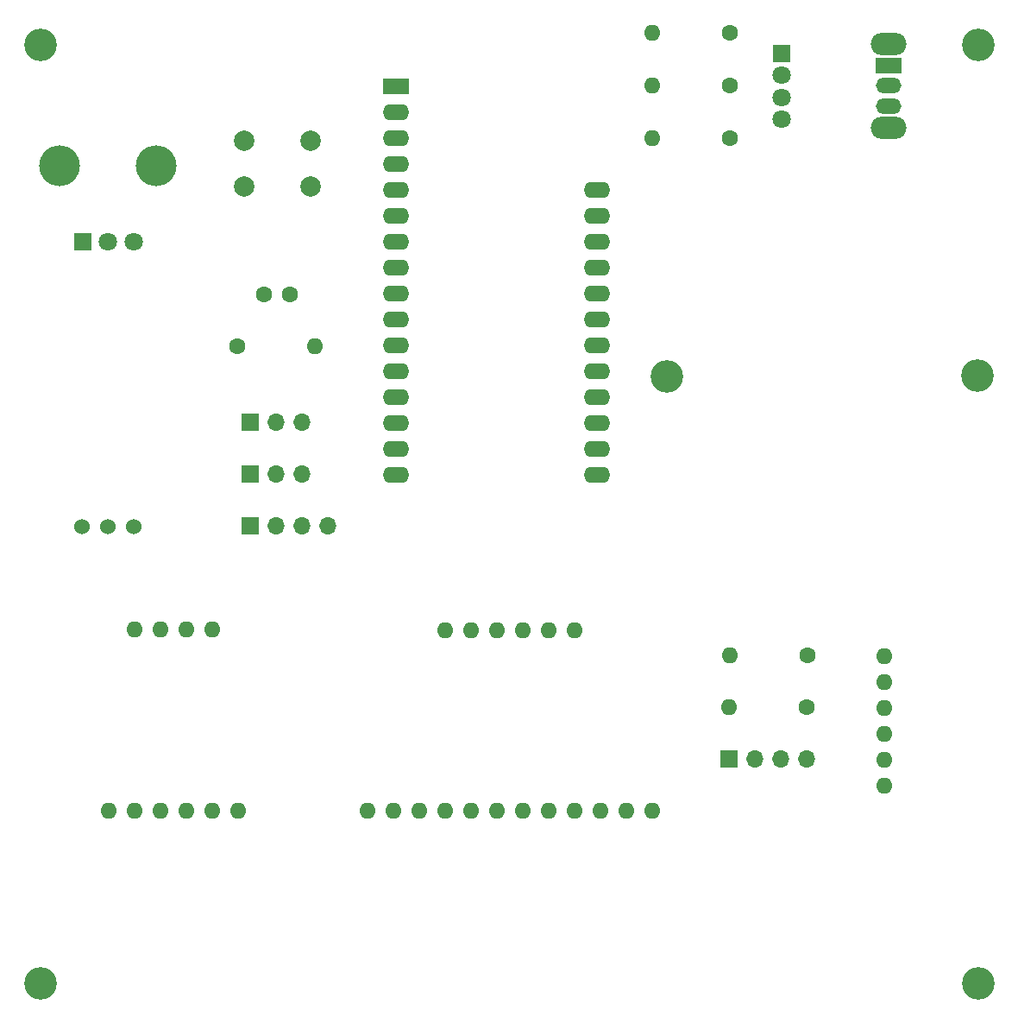
<source format=gbs>
G04 #@! TF.GenerationSoftware,KiCad,Pcbnew,8.0.8*
G04 #@! TF.CreationDate,2025-02-12T12:00:37+01:00*
G04 #@! TF.ProjectId,tesi,74657369-2e6b-4696-9361-645f70636258,rev?*
G04 #@! TF.SameCoordinates,Original*
G04 #@! TF.FileFunction,Soldermask,Bot*
G04 #@! TF.FilePolarity,Negative*
%FSLAX46Y46*%
G04 Gerber Fmt 4.6, Leading zero omitted, Abs format (unit mm)*
G04 Created by KiCad (PCBNEW 8.0.8) date 2025-02-12 12:00:37*
%MOMM*%
%LPD*%
G01*
G04 APERTURE LIST*
G04 Aperture macros list*
%AMRoundRect*
0 Rectangle with rounded corners*
0 $1 Rounding radius*
0 $2 $3 $4 $5 $6 $7 $8 $9 X,Y pos of 4 corners*
0 Add a 4 corners polygon primitive as box body*
4,1,4,$2,$3,$4,$5,$6,$7,$8,$9,$2,$3,0*
0 Add four circle primitives for the rounded corners*
1,1,$1+$1,$2,$3*
1,1,$1+$1,$4,$5*
1,1,$1+$1,$6,$7*
1,1,$1+$1,$8,$9*
0 Add four rect primitives between the rounded corners*
20,1,$1+$1,$2,$3,$4,$5,0*
20,1,$1+$1,$4,$5,$6,$7,0*
20,1,$1+$1,$6,$7,$8,$9,0*
20,1,$1+$1,$8,$9,$2,$3,0*%
G04 Aperture macros list end*
%ADD10C,1.600000*%
%ADD11O,1.600000X1.600000*%
%ADD12RoundRect,0.250000X-1.050000X-0.550000X1.050000X-0.550000X1.050000X0.550000X-1.050000X0.550000X0*%
%ADD13O,2.600000X1.600000*%
%ADD14C,3.200000*%
%ADD15O,3.500000X2.200000*%
%ADD16R,2.500000X1.500000*%
%ADD17O,2.500000X1.500000*%
%ADD18R,1.700000X1.700000*%
%ADD19O,1.700000X1.700000*%
%ADD20C,1.524000*%
%ADD21R,1.800000X1.800000*%
%ADD22C,1.800000*%
%ADD23C,2.000000*%
%ADD24O,4.000000X4.000000*%
G04 APERTURE END LIST*
D10*
X122283759Y-41140485D03*
D11*
X114663759Y-41140485D03*
D12*
X89503759Y-41240485D03*
D13*
X89503759Y-43780485D03*
X89503759Y-46320485D03*
X89503759Y-48860485D03*
X89503759Y-51400485D03*
X89503759Y-53940485D03*
X89503759Y-56480485D03*
X89503759Y-59020485D03*
X89503759Y-61560485D03*
X89503759Y-64100485D03*
X89503759Y-66640485D03*
X89503759Y-69180485D03*
X89503759Y-71720485D03*
X89503759Y-74260485D03*
X89503759Y-76800485D03*
X89503759Y-79340485D03*
X109223759Y-79340485D03*
X109223759Y-76800485D03*
X109223759Y-74260485D03*
X109223759Y-71720485D03*
X109223759Y-69180485D03*
X109223759Y-66640485D03*
X109223759Y-64100485D03*
X109223759Y-61560485D03*
X109223759Y-59020485D03*
X109223759Y-56480485D03*
X109223759Y-53940485D03*
X109223759Y-51400485D03*
D11*
X66365459Y-112289108D03*
X61285459Y-112289108D03*
X63825459Y-112289108D03*
X66365459Y-94509108D03*
X63825459Y-94509108D03*
X73985459Y-112289108D03*
X68905459Y-94509108D03*
X71445459Y-94509108D03*
X71445459Y-112289108D03*
X68905459Y-112289108D03*
D10*
X129856055Y-102119858D03*
D11*
X122236055Y-102119858D03*
X94363759Y-94550485D03*
X96903759Y-94550485D03*
X99443759Y-94550485D03*
X101983759Y-94550485D03*
X104523759Y-94550485D03*
X107063759Y-94550485D03*
X86723759Y-112300485D03*
X89263759Y-112300485D03*
X91803759Y-112300485D03*
X94343759Y-112300485D03*
X96883759Y-112300485D03*
X99423759Y-112300485D03*
X101963759Y-112300485D03*
X104503759Y-112300485D03*
X107043759Y-112300485D03*
X109583759Y-112300485D03*
X112123759Y-112300485D03*
X114663759Y-112300485D03*
D10*
X79098096Y-61630485D03*
X76558096Y-61630485D03*
D11*
X137473759Y-97140485D03*
X137473759Y-99680485D03*
X137473759Y-102220485D03*
X137473759Y-104760485D03*
X137473759Y-107300485D03*
X137473759Y-109840485D03*
D10*
X129866055Y-97019858D03*
D11*
X122246055Y-97019858D03*
D14*
X116109802Y-69648097D03*
D10*
X122283759Y-35990485D03*
D11*
X114663759Y-35990485D03*
D15*
X137903759Y-37070485D03*
X137903759Y-45270485D03*
D16*
X137903759Y-39170485D03*
D17*
X137903759Y-41170485D03*
X137903759Y-43170485D03*
D18*
X75253096Y-74199063D03*
D19*
X77793096Y-74199063D03*
X80333096Y-74199063D03*
D20*
X63803759Y-84440485D03*
X61263759Y-84440485D03*
X58723759Y-84440485D03*
D18*
X75253096Y-84349063D03*
D19*
X77793096Y-84349063D03*
X80333096Y-84349063D03*
X82873096Y-84349063D03*
D18*
X75253096Y-79274063D03*
D19*
X77793096Y-79274063D03*
X80333096Y-79274063D03*
D21*
X127403759Y-38005485D03*
D22*
X127403759Y-40164485D03*
X127403759Y-42323485D03*
X127403759Y-44482485D03*
D23*
X74623759Y-46570485D03*
X81123759Y-46570485D03*
X74623759Y-51070485D03*
X81123759Y-51070485D03*
D14*
X146639735Y-37198932D03*
X54639735Y-37198932D03*
D18*
X122238321Y-107214523D03*
D19*
X124778321Y-107214523D03*
X127318321Y-107214523D03*
X129858321Y-107214523D03*
D14*
X146605778Y-69605710D03*
X146639735Y-129198932D03*
X54639735Y-129198932D03*
D10*
X73968096Y-66690485D03*
D11*
X81588096Y-66690485D03*
D10*
X122283759Y-46290485D03*
D11*
X114663759Y-46290485D03*
D24*
X56523759Y-48990485D03*
X66023759Y-48990485D03*
D21*
X58773759Y-56490485D03*
D22*
X61273759Y-56490485D03*
X63773759Y-56490485D03*
M02*

</source>
